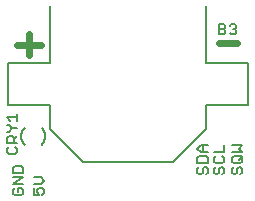
<source format=gto>
G75*
%MOIN*%
%OFA0B0*%
%FSLAX25Y25*%
%IPPOS*%
%LPD*%
%AMOC8*
5,1,8,0,0,1.08239X$1,22.5*
%
%ADD10C,0.00600*%
%ADD11C,0.02400*%
%ADD12C,0.00800*%
%ADD13C,0.00700*%
D10*
X0005297Y0004344D02*
X0005864Y0003777D01*
X0008133Y0003777D01*
X0008700Y0004344D01*
X0008700Y0005478D01*
X0008133Y0006045D01*
X0006999Y0006045D01*
X0006999Y0004911D01*
X0005864Y0006045D02*
X0005297Y0005478D01*
X0005297Y0004344D01*
X0005297Y0007460D02*
X0008700Y0009728D01*
X0005297Y0009728D01*
X0005297Y0011143D02*
X0005297Y0012844D01*
X0005864Y0013412D01*
X0008133Y0013412D01*
X0008700Y0012844D01*
X0008700Y0011143D01*
X0005297Y0011143D01*
X0012297Y0009778D02*
X0014566Y0009778D01*
X0015700Y0008644D01*
X0014566Y0007509D01*
X0012297Y0007509D01*
X0012297Y0006095D02*
X0012297Y0003826D01*
X0013999Y0003826D01*
X0013431Y0004960D01*
X0013431Y0005528D01*
X0013999Y0006095D01*
X0015133Y0006095D01*
X0015700Y0005528D01*
X0015700Y0004393D01*
X0015133Y0003826D01*
X0008700Y0007460D02*
X0005297Y0007460D01*
X0006133Y0017594D02*
X0003864Y0017594D01*
X0003297Y0018161D01*
X0003297Y0019295D01*
X0003864Y0019862D01*
X0006133Y0019862D02*
X0006700Y0019295D01*
X0006700Y0018161D01*
X0006133Y0017594D01*
X0006700Y0021277D02*
X0003297Y0021277D01*
X0003297Y0022978D01*
X0003864Y0023545D01*
X0004999Y0023545D01*
X0005566Y0022978D01*
X0005566Y0021277D01*
X0005566Y0022411D02*
X0006700Y0023545D01*
X0004999Y0026094D02*
X0003864Y0024960D01*
X0003297Y0024960D01*
X0004999Y0026094D02*
X0006700Y0026094D01*
X0004999Y0026094D02*
X0003864Y0027228D01*
X0003297Y0027228D01*
X0004431Y0028643D02*
X0003297Y0029777D01*
X0006700Y0029777D01*
X0006700Y0028643D02*
X0006700Y0030912D01*
X0016000Y0023526D02*
X0015998Y0023400D01*
X0015992Y0023275D01*
X0015982Y0023149D01*
X0015968Y0023025D01*
X0015951Y0022900D01*
X0015929Y0022776D01*
X0015904Y0022653D01*
X0015874Y0022531D01*
X0015841Y0022410D01*
X0015804Y0022290D01*
X0015763Y0022171D01*
X0015719Y0022053D01*
X0015671Y0021937D01*
X0015619Y0021823D01*
X0015564Y0021710D01*
X0015505Y0021599D01*
X0015443Y0021490D01*
X0015377Y0021383D01*
X0015308Y0021278D01*
X0015236Y0021175D01*
X0015161Y0021074D01*
X0015082Y0020976D01*
X0015000Y0020881D01*
X0014916Y0020788D01*
X0014828Y0020697D01*
X0008000Y0023526D02*
X0008002Y0023652D01*
X0008008Y0023777D01*
X0008018Y0023903D01*
X0008032Y0024027D01*
X0008049Y0024152D01*
X0008071Y0024276D01*
X0008096Y0024399D01*
X0008126Y0024521D01*
X0008159Y0024642D01*
X0008196Y0024762D01*
X0008237Y0024881D01*
X0008281Y0024999D01*
X0008329Y0025115D01*
X0008381Y0025229D01*
X0008436Y0025342D01*
X0008495Y0025453D01*
X0008557Y0025562D01*
X0008623Y0025669D01*
X0008692Y0025774D01*
X0008764Y0025877D01*
X0008839Y0025978D01*
X0008918Y0026076D01*
X0009000Y0026171D01*
X0009084Y0026264D01*
X0009172Y0026355D01*
X0008000Y0023526D02*
X0008002Y0023400D01*
X0008008Y0023275D01*
X0008018Y0023149D01*
X0008032Y0023025D01*
X0008049Y0022900D01*
X0008071Y0022776D01*
X0008096Y0022653D01*
X0008126Y0022531D01*
X0008159Y0022410D01*
X0008196Y0022290D01*
X0008237Y0022171D01*
X0008281Y0022053D01*
X0008329Y0021937D01*
X0008381Y0021823D01*
X0008436Y0021710D01*
X0008495Y0021599D01*
X0008557Y0021490D01*
X0008623Y0021383D01*
X0008692Y0021278D01*
X0008764Y0021175D01*
X0008839Y0021074D01*
X0008918Y0020976D01*
X0009000Y0020881D01*
X0009084Y0020788D01*
X0009172Y0020697D01*
X0016000Y0023526D02*
X0015998Y0023652D01*
X0015992Y0023777D01*
X0015982Y0023903D01*
X0015968Y0024027D01*
X0015951Y0024152D01*
X0015929Y0024276D01*
X0015904Y0024399D01*
X0015874Y0024521D01*
X0015841Y0024642D01*
X0015804Y0024762D01*
X0015763Y0024881D01*
X0015719Y0024999D01*
X0015671Y0025115D01*
X0015619Y0025229D01*
X0015564Y0025342D01*
X0015505Y0025453D01*
X0015443Y0025562D01*
X0015377Y0025669D01*
X0015308Y0025774D01*
X0015236Y0025877D01*
X0015161Y0025978D01*
X0015082Y0026076D01*
X0015000Y0026171D01*
X0014916Y0026264D01*
X0014828Y0026355D01*
X0066797Y0019277D02*
X0067931Y0020412D01*
X0070200Y0020412D01*
X0068499Y0020412D02*
X0068499Y0018143D01*
X0067931Y0018143D02*
X0066797Y0019277D01*
X0067931Y0018143D02*
X0070200Y0018143D01*
X0072297Y0018143D02*
X0075700Y0018143D01*
X0075700Y0020412D01*
X0078297Y0020412D02*
X0081700Y0020412D01*
X0080566Y0019277D01*
X0081700Y0018143D01*
X0078297Y0018143D01*
X0078864Y0016728D02*
X0081133Y0016728D01*
X0081700Y0016161D01*
X0081700Y0015027D01*
X0081133Y0014460D01*
X0078864Y0014460D01*
X0078297Y0015027D01*
X0078297Y0016161D01*
X0078864Y0016728D01*
X0080566Y0015594D02*
X0081700Y0016728D01*
X0075700Y0016161D02*
X0075700Y0015027D01*
X0075133Y0014460D01*
X0072864Y0014460D01*
X0072297Y0015027D01*
X0072297Y0016161D01*
X0072864Y0016728D01*
X0075133Y0016728D02*
X0075700Y0016161D01*
X0070200Y0016161D02*
X0070200Y0014460D01*
X0066797Y0014460D01*
X0066797Y0016161D01*
X0067364Y0016728D01*
X0069633Y0016728D01*
X0070200Y0016161D01*
X0069633Y0013045D02*
X0070200Y0012478D01*
X0070200Y0011344D01*
X0069633Y0010777D01*
X0068499Y0011344D02*
X0068499Y0012478D01*
X0069066Y0013045D01*
X0069633Y0013045D01*
X0068499Y0011344D02*
X0067931Y0010777D01*
X0067364Y0010777D01*
X0066797Y0011344D01*
X0066797Y0012478D01*
X0067364Y0013045D01*
X0072297Y0012478D02*
X0072297Y0011344D01*
X0072864Y0010777D01*
X0073431Y0010777D01*
X0073999Y0011344D01*
X0073999Y0012478D01*
X0074566Y0013045D01*
X0075133Y0013045D01*
X0075700Y0012478D01*
X0075700Y0011344D01*
X0075133Y0010777D01*
X0072864Y0013045D02*
X0072297Y0012478D01*
X0078297Y0012478D02*
X0078297Y0011344D01*
X0078864Y0010777D01*
X0079431Y0010777D01*
X0079999Y0011344D01*
X0079999Y0012478D01*
X0080566Y0013045D01*
X0081133Y0013045D01*
X0081700Y0012478D01*
X0081700Y0011344D01*
X0081133Y0010777D01*
X0078864Y0013045D02*
X0078297Y0012478D01*
D11*
X0010500Y0050526D02*
X0010500Y0057526D01*
X0006500Y0054026D02*
X0014500Y0054026D01*
X0074000Y0054526D02*
X0080000Y0054526D01*
D12*
X0083500Y0048026D02*
X0069500Y0048026D01*
X0069500Y0067026D01*
X0083500Y0048026D02*
X0083500Y0034026D01*
X0069500Y0034026D01*
X0069500Y0026026D01*
X0058500Y0015026D01*
X0028500Y0015026D01*
X0017500Y0026026D01*
X0017500Y0034026D01*
X0003500Y0034026D01*
X0003500Y0048026D01*
X0017500Y0048026D01*
X0017500Y0067026D01*
D13*
X0073850Y0060734D02*
X0073850Y0057431D01*
X0075501Y0057431D01*
X0076052Y0057982D01*
X0076052Y0058532D01*
X0075501Y0059083D01*
X0073850Y0059083D01*
X0073850Y0060734D02*
X0075501Y0060734D01*
X0076052Y0060184D01*
X0076052Y0059633D01*
X0075501Y0059083D01*
X0077533Y0057982D02*
X0078084Y0057431D01*
X0079185Y0057431D01*
X0079735Y0057982D01*
X0079735Y0058532D01*
X0079185Y0059083D01*
X0078634Y0059083D01*
X0079185Y0059083D02*
X0079735Y0059633D01*
X0079735Y0060184D01*
X0079185Y0060734D01*
X0078084Y0060734D01*
X0077533Y0060184D01*
M02*

</source>
